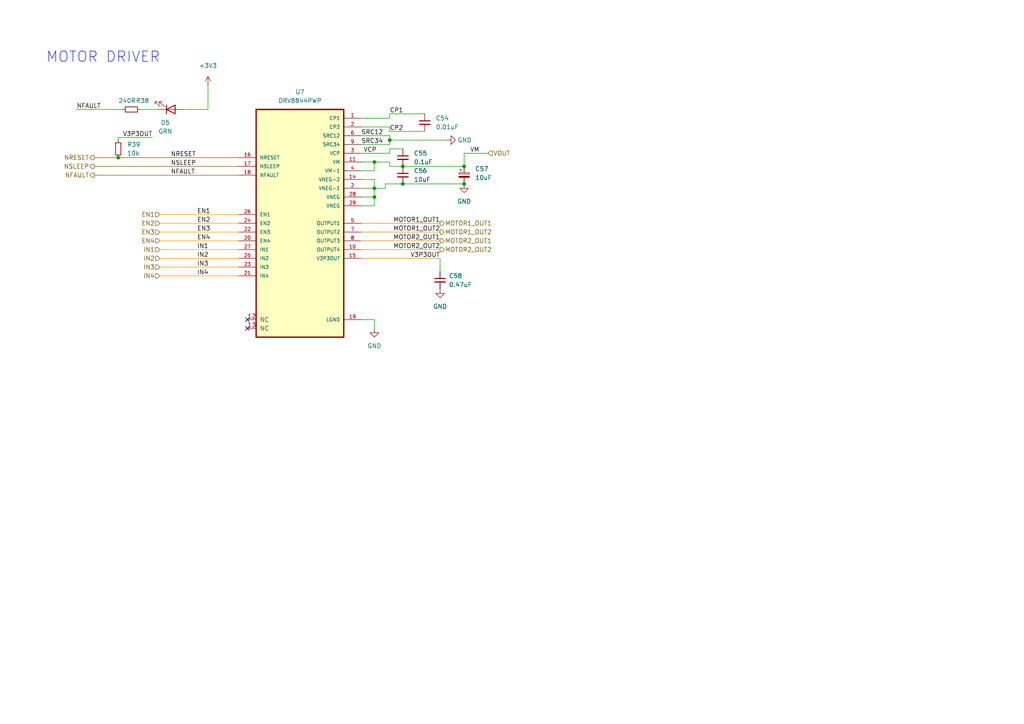
<source format=kicad_sch>
(kicad_sch (version 20211123) (generator eeschema)
  (paper "A4")
  (title_block (title "CAN RGB Controller") (date "2022-05-30") (rev "B") (company "cone.codes") (comment 1 "https://github.com/miata-bot/can-link"))
  (lib_symbols
    (symbol "ConeCodes:DRV8844PWP" (pin_names (offset 1.016))
      (property "Reference" "U10" (at 0 38.1 0))
      (property "Value" "DRV8844PWP" (at 0 35.56 0))
      (symbol "DRV8844PWP_0_0"
        (rectangle (start -12.7 -33.02) (end 12.7 33.02) (stroke (width 0.4064)) (fill (type background)))
        (pin power_in line (at 17.78 30.48 180) (length 5.08) (name "CP1") (number "1"))
        (pin output line (at 17.78 -7.62 180) (length 5.08) (name "OUTPUT4") (number "10"))
        (pin power_in line (at 17.78 17.78 180) (length 5.08) (name "VM") (number "11"))
        (pin power_in line (at 17.78 12.7 180) (length 5.08) (name "VNEG-2") (number "14"))
        (pin output line (at 17.78 -10.16 180) (length 5.08) (name "V3P3OUT") (number "15"))
        (pin input line (at -17.78 19.05 0) (length 5.08) (name "NRESET") (number "16"))
        (pin input line (at -17.78 16.51 0) (length 5.08) (name "NSLEEP") (number "17"))
        (pin output line (at -17.78 13.97 0) (length 5.08) (name "NFAULT") (number "18"))
        (pin power_in line (at 17.78 -27.94 180) (length 5.08) (name "LGND") (number "19"))
        (pin power_in line (at 17.78 27.94 180) (length 5.08) (name "CP2") (number "2"))
        (pin power_in line (at 17.78 10.16 180) (length 5.08) (name "VNEG-1") (number "2"))
        (pin input line (at -17.78 -5.08 0) (length 5.08) (name "EN4") (number "20"))
        (pin input line (at -17.78 -15.24 0) (length 5.08) (name "IN4") (number "21"))
        (pin input line (at -17.78 -2.54 0) (length 5.08) (name "EN3") (number "22"))
        (pin input line (at -17.78 -12.7 0) (length 5.08) (name "IN3") (number "23"))
        (pin input line (at -17.78 0 0) (length 5.08) (name "EN2") (number "24"))
        (pin input line (at -17.78 -10.16 0) (length 5.08) (name "IN2") (number "25"))
        (pin input line (at -17.78 2.54 0) (length 5.08) (name "EN1") (number "26"))
        (pin input line (at -17.78 -7.62 0) (length 5.08) (name "IN1") (number "27"))
        (pin power_in line (at 17.78 7.62 180) (length 5.08) (name "VNEG") (number "28"))
        (pin power_in line (at 17.78 5.08 180) (length 5.08) (name "VNEG") (number "29"))
        (pin power_in line (at 17.78 20.32 180) (length 5.08) (name "VCP") (number "3"))
        (pin power_in line (at 17.78 15.24 180) (length 5.08) (name "VM-1") (number "4"))
        (pin output line (at 17.78 0 180) (length 5.08) (name "OUTPUT1") (number "5"))
        (pin power_in line (at 17.78 25.4 180) (length 5.08) (name "SRC12") (number "6"))
        (pin output line (at 17.78 -2.54 180) (length 5.08) (name "OUTPUT2") (number "7"))
        (pin output line (at 17.78 -5.08 180) (length 5.08) (name "OUTPUT3") (number "8"))
        (pin power_in line (at 17.78 22.86 180) (length 5.08) (name "SRC34") (number "9"))
      )
      (symbol "DRV8844PWP_1_1"
        (pin no_connect line (at -15.24 -27.94 0) (length 2.54) (name "NC") (number "12"))
        (pin no_connect line (at -15.24 -30.48 0) (length 2.54) (name "NC") (number "13"))
      )
    )
    (symbol "Device:C_Polarized_Small" (pin_numbers hide) (pin_names (offset 0.254) hide)
      (property "Reference" "C" (at 0.254 1.778 0))
      (property "Value" "C_Polarized_Small" (at 0.254 -2.032 0))
      (symbol "C_Polarized_Small_0_1"
        (rectangle (start -1.524 -0.3048) (end 1.524 -0.6858) (fill (type outline)))
        (rectangle (start -1.524 0.6858) (end 1.524 0.3048))
        (polyline (pts (xy -1.27 1.524) (xy -0.762 1.524)))
        (polyline (pts (xy -1.016 1.27) (xy -1.016 1.778)))
      )
      (symbol "C_Polarized_Small_1_1"
        (pin passive line (at 0 2.54 270) (length 1.8542) (name "~") (number "1"))
        (pin passive line (at 0 -2.54 90) (length 1.8542) (name "~") (number "2"))
      )
    )
    (symbol "Device:C_Small" (pin_numbers hide) (pin_names (offset 0.254) hide)
      (property "Reference" "C" (at 0.254 1.778 0))
      (property "Value" "C_Small" (at 0.254 -2.032 0))
      (symbol "C_Small_0_1"
        (polyline (pts (xy -1.524 -0.508) (xy 1.524 -0.508)) (stroke (width 0.3302)))
        (polyline (pts (xy -1.524 0.508) (xy 1.524 0.508)) (stroke (width 0.3048)))
      )
      (symbol "C_Small_1_1"
        (pin passive line (at 0 2.54 270) (length 2.032) (name "~") (number "1"))
        (pin passive line (at 0 -2.54 90) (length 2.032) (name "~") (number "2"))
      )
    )
    (symbol "Device:LED" (pin_numbers hide) (pin_names (offset 1.016) hide)
      (property "Reference" "D" (at 0 2.54 0))
      (property "Value" "LED" (at 0 -2.54 0))
      (symbol "LED_0_1"
        (polyline (pts (xy -1.27 -1.27) (xy -1.27 1.27)) (stroke (width 0.254)))
        (polyline (pts (xy -1.27 0) (xy 1.27 0)))
        (polyline (pts (xy 1.27 -1.27) (xy 1.27 1.27) (xy -1.27 0) (xy 1.27 -1.27)) (stroke (width 0.254)))
        (polyline (pts (xy -3.048 -0.762) (xy -4.572 -2.286) (xy -3.81 -2.286) (xy -4.572 -2.286) (xy -4.572 -1.524)))
        (polyline (pts (xy -1.778 -0.762) (xy -3.302 -2.286) (xy -2.54 -2.286) (xy -3.302 -2.286) (xy -3.302 -1.524)))
      )
      (symbol "LED_1_1"
        (pin passive line (at -3.81 0 0) (length 2.54) (name "K") (number "1"))
        (pin passive line (at 3.81 0 180) (length 2.54) (name "A") (number "2"))
      )
    )
    (symbol "Device:R_Small" (pin_numbers hide) (pin_names (offset 0.254) hide)
      (property "Reference" "R" (at 0.762 0.508 0))
      (property "Value" "R_Small" (at 0.762 -1.016 0))
      (symbol "R_Small_0_1"
        (rectangle (start -0.762 1.778) (end 0.762 -1.778) (stroke (width 0.2032)))
      )
      (symbol "R_Small_1_1"
        (pin passive line (at 0 2.54 270) (length 0.762) (name "~") (number "1"))
        (pin passive line (at 0 -2.54 90) (length 0.762) (name "~") (number "2"))
      )
    )
    (symbol "power:+3V3" (power) (pin_names (offset 0))
      (property "Value" "+3V3" (at 0 3.556 0))
      (symbol "+3V3_0_1"
        (polyline (pts (xy -0.762 1.27) (xy 0 2.54)))
        (polyline (pts (xy 0 0) (xy 0 2.54)))
        (polyline (pts (xy 0 2.54) (xy 0.762 1.27)))
      )
      (symbol "+3V3_1_1"
        (pin power_in line (at 0 0 90) (length 0) hide (name "+3V3") (number "1"))
      )
    )
    (symbol "power:GND" (power) (pin_names (offset 0))
      (property "Value" "GND" (at 0 -3.81 0))
      (symbol "GND_0_1"
        (polyline (pts (xy 0 0) (xy 0 -1.27) (xy 1.27 -1.27) (xy 0 -2.54) (xy -1.27 -1.27) (xy 0 -1.27)))
      )
      (symbol "GND_1_1"
        (pin power_in line (at 0 0 270) (length 0) hide (name "GND") (number "1"))
      )
    )
  )
  (junction (at 108.585 57.15))
  (junction (at 108.585 46.99))
  (junction (at 108.585 54.61))
  (junction (at 134.62 48.26))
  (junction (at 116.84 48.26))
  (junction (at 116.84 53.34))
  (junction (at 113.03 40.64))
  (junction (at 134.62 53.34))
  (junction (at 34.29 45.72))
  (no_connect (at 71.755 95.25))
  (no_connect (at 71.755 92.71))
  (wire (pts (xy 116.84 53.34) (xy 134.62 53.34)))
  (wire (pts (xy 60.325 24.765) (xy 60.325 31.75)))
  (wire (pts (xy 27.305 45.72) (xy 34.29 45.72)) (stroke (width 0) (color 128 77 0 1)))
  (wire (pts (xy 108.585 52.07) (xy 108.585 54.61)))
  (wire (pts (xy 104.775 57.15) (xy 108.585 57.15)))
  (wire (pts (xy 104.775 44.45) (xy 113.03 44.45)))
  (wire (pts (xy 46.355 72.39) (xy 69.215 72.39)) (stroke (width 0) (color 255 153 0 1)))
  (wire (pts (xy 113.03 40.64) (xy 113.03 41.91)))
  (wire (pts (xy 134.62 44.45) (xy 134.62 48.26)))
  (wire (pts (xy 104.775 39.37) (xy 113.03 39.37)))
  (wire (pts (xy 46.355 80.01) (xy 69.215 80.01)) (stroke (width 0) (color 255 153 0 1)))
  (wire (pts (xy 113.03 40.64) (xy 129.54 40.64)))
  (wire (pts (xy 46.355 67.31) (xy 69.215 67.31)) (stroke (width 0) (color 255 153 0 1)))
  (wire (pts (xy 113.03 33.02) (xy 123.19 33.02)))
  (wire (pts (xy 104.775 49.53) (xy 108.585 49.53)))
  (wire (pts (xy 104.775 36.83) (xy 113.03 36.83)))
  (wire (pts (xy 108.585 49.53) (xy 108.585 46.99)))
  (wire (pts (xy 104.775 67.31) (xy 127.635 67.31)) (stroke (width 0) (color 221 133 0 1)))
  (wire (pts (xy 108.585 54.61) (xy 111.76 54.61)))
  (wire (pts (xy 44.196 39.878) (xy 34.29 39.878)))
  (wire (pts (xy 104.775 64.77) (xy 127.635 64.77)) (stroke (width 0) (color 221 133 0 1)))
  (wire (pts (xy 46.355 62.23) (xy 69.215 62.23)) (stroke (width 0) (color 255 153 0 1)))
  (wire (pts (xy 104.775 69.85) (xy 127.635 69.85)) (stroke (width 0) (color 221 133 0 1)))
  (wire (pts (xy 46.355 74.93) (xy 69.215 74.93)) (stroke (width 0) (color 255 153 0 1)))
  (wire (pts (xy 134.62 44.45) (xy 141.605 44.45)))
  (wire (pts (xy 113.03 39.37) (xy 113.03 40.64)))
  (wire (pts (xy 104.775 59.69) (xy 108.585 59.69)))
  (wire (pts (xy 104.775 92.71) (xy 108.585 92.71)))
  (wire (pts (xy 116.84 48.26) (xy 134.62 48.26)))
  (wire (pts (xy 113.03 46.99) (xy 113.03 48.26)))
  (wire (pts (xy 113.03 34.29) (xy 113.03 33.02)))
  (wire (pts (xy 104.775 34.29) (xy 113.03 34.29)))
  (wire (pts (xy 34.29 39.878) (xy 34.29 40.64)))
  (wire (pts (xy 108.585 54.61) (xy 108.585 57.15)))
  (wire (pts (xy 108.585 95.25) (xy 108.585 92.71)))
  (wire (pts (xy 46.355 69.85) (xy 69.215 69.85)) (stroke (width 0) (color 255 153 0 1)))
  (wire (pts (xy 113.03 41.91) (xy 104.775 41.91)))
  (wire (pts (xy 46.355 64.77) (xy 69.215 64.77)) (stroke (width 0) (color 255 153 0 1)))
  (wire (pts (xy 111.76 53.34) (xy 111.76 54.61)))
  (wire (pts (xy 104.775 52.07) (xy 108.585 52.07)))
  (wire (pts (xy 104.775 54.61) (xy 108.585 54.61)))
  (wire (pts (xy 113.03 48.26) (xy 116.84 48.26)))
  (wire (pts (xy 27.305 48.26) (xy 69.215 48.26)) (stroke (width 0) (color 128 77 0 1)))
  (wire (pts (xy 108.585 59.69) (xy 108.585 57.15)))
  (wire (pts (xy 40.64 31.75) (xy 45.72 31.75)))
  (wire (pts (xy 113.03 38.1) (xy 123.19 38.1)))
  (wire (pts (xy 113.03 36.83) (xy 113.03 38.1)))
  (wire (pts (xy 34.29 45.72) (xy 69.215 45.72)) (stroke (width 0) (color 128 77 0 1)))
  (wire (pts (xy 22.225 31.75) (xy 35.56 31.75)))
  (wire (pts (xy 113.03 44.45) (xy 113.03 43.18)))
  (wire (pts (xy 46.355 77.47) (xy 69.215 77.47)) (stroke (width 0) (color 255 153 0 1)))
  (wire (pts (xy 104.775 46.99) (xy 108.585 46.99)))
  (wire (pts (xy 111.76 53.34) (xy 116.84 53.34)))
  (wire (pts (xy 108.585 46.99) (xy 113.03 46.99)))
  (wire (pts (xy 104.775 72.39) (xy 127.635 72.39)) (stroke (width 0) (color 221 133 0 1)))
  (wire (pts (xy 113.03 43.18) (xy 116.84 43.18)))
  (wire (pts (xy 60.325 31.75) (xy 53.34 31.75)))
  (wire (pts (xy 27.305 50.8) (xy 69.215 50.8)) (stroke (width 0) (color 128 77 0 1)))
  (wire (pts (xy 104.775 74.93) (xy 127.635 74.93)) (stroke (width 0) (color 221 133 0 1)))
  (wire (pts (xy 127.635 74.93) (xy 127.635 78.74)))
  (text "MOTOR DRIVER" (at 13.335 18.415 0) (effects (font (size 3 3)) (justify left bottom)))
  (label "VCP" (at 105.41 44.45 0))
  (label "NRESET" (at 49.53 45.72 0))
  (label "MOTOR1_OUT1" (at 127.635 64.77 180))
  (label "NFAULT" (at 22.225 31.75 0))
  (label "IN2" (at 57.15 74.93 0))
  (label "MOTOR2_OUT1" (at 127.635 69.85 180))
  (label "NSLEEP" (at 49.53 48.26 0))
  (label "V3P3OUT" (at 44.196 39.878 180))
  (label "CP1" (at 113.03 33.02 0))
  (label "EN2" (at 57.15 64.77 0))
  (label "MOTOR2_OUT2" (at 127.635 72.39 180))
  (label "EN4" (at 57.15 69.85 0))
  (label "EN1" (at 57.15 62.23 0))
  (label "V3P3OUT" (at 127.635 74.93 180))
  (label "NFAULT" (at 49.53 50.8 0))
  (label "MOTOR1_OUT2" (at 127.635 67.31 180))
  (label "IN1" (at 57.15 72.39 0))
  (label "VM" (at 139.065 44.45 180))
  (label "IN4" (at 57.15 80.01 0))
  (label "SRC34" (at 104.775 41.91 0))
  (label "EN3" (at 57.15 67.31 0))
  (label "CP2" (at 113.03 38.1 0))
  (label "SRC12" (at 104.775 39.37 0))
  (label "IN3" (at 57.15 77.47 0))
  (hierarchical_label "NRESET" (shape output) (at 27.305 45.72 180))
  (hierarchical_label "EN2" (shape input) (at 46.355 64.77 180))
  (hierarchical_label "MOTOR1_OUT2" (shape output) (at 127.635 67.31 0))
  (hierarchical_label "VOUT" (shape input) (at 141.605 44.45 0))
  (hierarchical_label "IN2" (shape input) (at 46.355 74.93 180))
  (hierarchical_label "IN3" (shape input) (at 46.355 77.47 180))
  (hierarchical_label "NSLEEP" (shape output) (at 27.305 48.26 180))
  (hierarchical_label "EN1" (shape input) (at 46.355 62.23 180))
  (hierarchical_label "EN3" (shape input) (at 46.355 67.31 180))
  (hierarchical_label "EN4" (shape input) (at 46.355 69.85 180))
  (hierarchical_label "MOTOR2_OUT2" (shape output) (at 127.635 72.39 0))
  (hierarchical_label "IN4" (shape input) (at 46.355 80.01 180))
  (hierarchical_label "MOTOR2_OUT1" (shape output) (at 127.635 69.85 0))
  (hierarchical_label "IN1" (shape input) (at 46.355 72.39 180))
  (hierarchical_label "MOTOR1_OUT1" (shape output) (at 127.635 64.77 0))
  (hierarchical_label "NFAULT" (shape output) (at 27.305 50.8 180))
  (symbol (lib_id "Device:R_Small") (at 34.29 43.18 0) (unit 1)
    (property "Reference" "R39" (at 36.83 41.9099 0) (effects (justify left)))
    (property "Value" "10k" (at 36.83 44.4499 0) (effects (justify left)))
    (property "Footprint" "Resistor_SMD:R_0603_1608Metric" (effects hide))
    (property "MPN" "RNCP0603FTD10K0" (effects hide))
    (property "Description" "RES 10K OHM 1% 1/8W 0603" (effects hide))
  )
  (symbol (lib_id "ConeCodes:DRV8844PWP") (at 86.995 64.77 0) (unit 1)
    (property "Reference" "U7" (at 86.995 26.67 0))
    (property "Value" "DRV8844PWP" (at 86.995 29.21 0))
    (property "Footprint" "Package_SO:HTSSOP-28-1EP_4.4x9.7mm_P0.65mm_EP2.85x5.4mm_ThermalVias" (effects hide))
    (property "Datasheet" "http://www.ti.com/general/docs/suppproductinfo.tsp?distId=26&gotoUrl=http%3A%2F%2Fwww.ti.com%2Flit%2Fgpn%2Fdrv8844" (effects hide))
    (property "MPN" "DRV8844PWP" (effects hide))
    (property "LCSC" "C177807" (effects hide))
    (property "Description" "IC MTR DRV BIPOLR 8-60V 28HTSSOP" (effects hide))
  )
  (symbol (lib_id "power:GND") (at 134.62 53.34 0) (unit 1)
    (property "Reference" "#PWR079" (effects hide))
    (property "Value" "GND" (at 134.62 58.42 0))
  )
  (symbol (lib_id "Device:C_Small") (at 116.84 45.72 0) (unit 1)
    (property "Reference" "C55" (at 120.015 44.4562 0) (effects (justify left)))
    (property "Value" "0.1uF" (at 120.015 46.9962 0) (effects (justify left)))
    (property "Footprint" "Capacitor_SMD:C_0805_2012Metric" (effects hide))
    (property "MPN" "LMK212SD104KG-T" (effects hide))
    (property "Description" "CAP CER 0.1UF 10V 0805" (effects hide))
  )
  (symbol (lib_id "power:GND") (at 108.585 95.25 0) (unit 1)
    (property "Reference" "#PWR081" (effects hide))
    (property "Value" "GND" (at 108.585 100.33 0))
  )
  (symbol (lib_id "Device:LED") (at 49.53 31.75 0) (mirror x) (unit 1)
    (property "Reference" "D5" (at 47.9425 35.56 0))
    (property "Value" "GRN" (at 47.9425 38.1 0))
    (property "Footprint" "LED_SMD:LED_0603_1608Metric" (effects hide))
    (property "MPN" "QBLP601-2IR4" (effects hide))
    (property "Description" "LED GREEN CLEAR 0603 SMD" (effects hide))
  )
  (symbol (lib_id "power:+3V3") (at 60.325 24.765 0) (unit 1)
    (property "Reference" "#PWR076" (effects hide))
    (property "Value" "+3V3" (at 60.325 19.05 0))
  )
  (symbol (lib_id "power:GND") (at 127.635 83.82 0) (unit 1)
    (property "Reference" "#PWR080" (effects hide))
    (property "Value" "GND" (at 127.635 88.9 0))
  )
  (symbol (lib_id "Device:R_Small") (at 38.1 31.75 270) (unit 1)
    (property "Reference" "R38" (at 39.37 29.21 90) (effects (justify left)))
    (property "Value" "240R" (at 34.29 29.21 90) (effects (justify left)))
    (property "Footprint" "Resistor_SMD:R_0603_1608Metric" (effects hide))
    (property "MPN" "RMCF0402JT240R" (effects hide))
    (property "Description" "RES 240 OHM 5% 1/16W 0402" (effects hide))
  )
  (symbol (lib_id "Device:C_Small") (at 127.635 81.28 0) (unit 1)
    (property "Reference" "C58" (at 130.175 80.0162 0) (effects (justify left)))
    (property "Value" "0.47uF" (at 130.175 82.5562 0) (effects (justify left)))
    (property "Footprint" "Capacitor_SMD:C_0805_2012Metric" (effects hide))
    (property "MPN" "CGA4J3X7R1H474K125AB" (effects hide))
    (property "Description" "CAP CER 0.47UF 50V X7R 0805" (effects hide))
  )
  (symbol (lib_id "power:GND") (at 129.54 40.64 90) (unit 1)
    (property "Reference" "#PWR078" (effects hide))
    (property "Value" "GND" (at 132.715 40.6399 90) (effects (justify right)))
  )
  (symbol (lib_id "Device:C_Small") (at 123.19 35.56 0) (unit 1)
    (property "Reference" "C54" (at 126.365 34.2962 0) (effects (justify left)))
    (property "Value" "0.01uF" (at 126.365 36.8362 0) (effects (justify left)))
    (property "Footprint" "Capacitor_SMD:C_0805_2012Metric" (effects hide))
    (property "MPN" "C0805C103K1RAC7210" (effects hide))
    (property "Description" "CAP CER SMD 0805 .01UF 100V X7R" (effects hide))
  )
  (symbol (lib_id "Device:C_Polarized_Small") (at 134.62 50.8 0) (unit 1)
    (property "Reference" "C57" (at 137.795 48.9838 0) (effects (justify left)))
    (property "Value" "10uF" (at 137.795 51.5238 0) (effects (justify left)))
    (property "Footprint" "Capacitor_SMD:CP_Elec_5x5.3" (effects hide))
    (property "MPN" "106AXZ035M" (effects hide))
    (property "Description" "CAP ALUM 10UF 20% 35V SMD" (effects hide))
  )
  (symbol (lib_id "Device:C_Small") (at 116.84 50.8 0) (unit 1)
    (property "Reference" "C56" (at 120.015 49.5362 0) (effects (justify left)))
    (property "Value" "10uF" (at 120.015 52.0762 0) (effects (justify left)))
    (property "Footprint" "Capacitor_SMD:C_0805_2012Metric" (effects hide))
    (property "MPN" "CL21A106KAFN3NE" (effects hide))
    (property "Description" "CAP CER 10UF 25V X5R 0805" (effects hide))
  )
)
</source>
